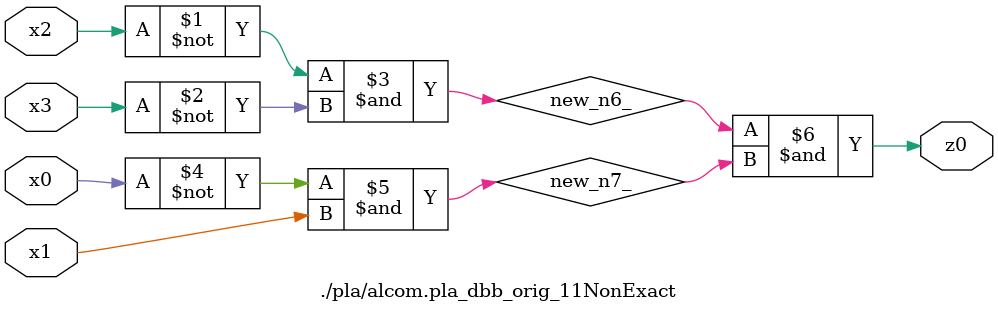
<source format=v>

module \./pla/alcom.pla_dbb_orig_11NonExact  ( 
    x0, x1, x2, x3,
    z0  );
  input  x0, x1, x2, x3;
  output z0;
  wire new_n6_, new_n7_;
  assign new_n6_ = ~x2 & ~x3;
  assign new_n7_ = ~x0 & x1;
  assign z0 = new_n6_ & new_n7_;
endmodule



</source>
